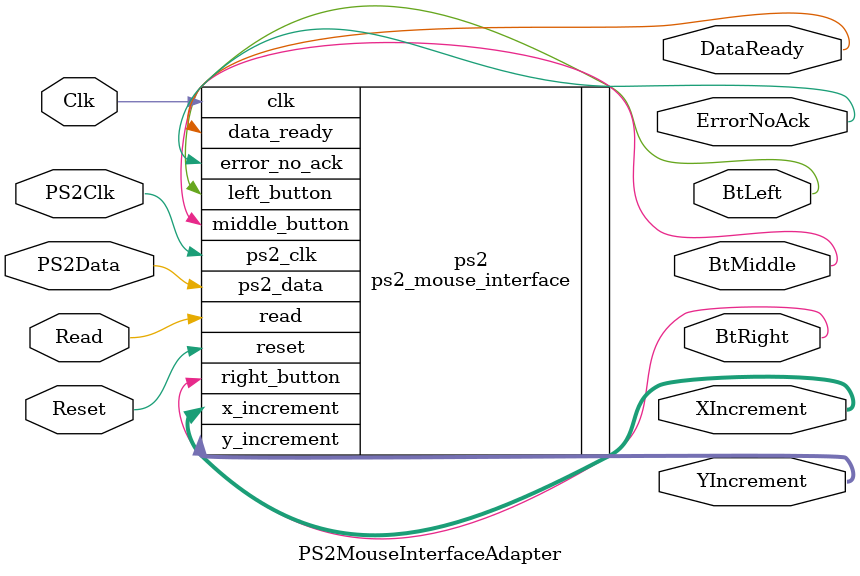
<source format=v>
`timescale 1ns / 1ps

/* jusr a renamings */

module PS2MouseInterfaceAdapter
(
   /* common */
	input wire Clk,
	input wire Reset,

   /* ps2 signals */
	inout wire PS2Clk,
	inout wire PS2Data,
	
	/* read request */
	input wire Read,
	
	/* butttons */
	output wire BtLeft,
	output wire BtRight,
	output wire BtMiddle,
	
	/* increments */
	output wire [8:0] XIncrement,
	output wire [8:0] YIncrement,
	
	/* status wires */
	output wire DataReady,
	output wire ErrorNoAck
);


ps2_mouse_interface ps2
(
	.clk(Clk),
	.reset(Reset),
	.ps2_clk(PS2Clk),
	.ps2_data(PS2Data),
	
	.left_button(BtLeft),
	.right_button(BtRight),
	.middle_button(BtMiddle),
	
	.x_increment(XIncrement),
	.y_increment(YIncrement),
	
	.data_ready(DataReady),
	.read(Read),           
	.error_no_ack(ErrorNoAck)

);
	 


endmodule

</source>
